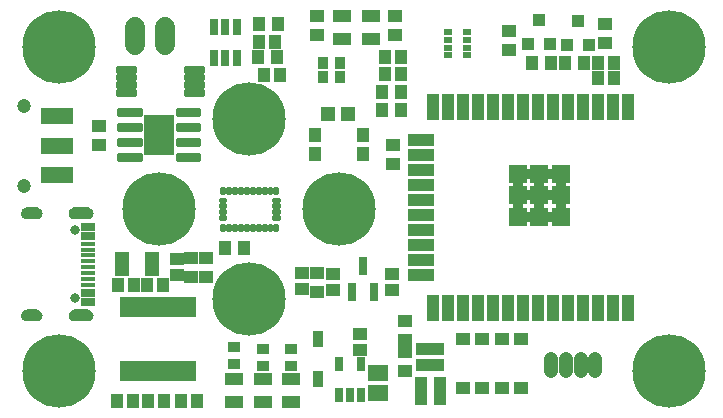
<source format=gbr>
G04 EAGLE Gerber RS-274X export*
G75*
%MOMM*%
%FSLAX34Y34*%
%LPD*%
%INSoldermask Top*%
%IPPOS*%
%AMOC8*
5,1,8,0,0,1.08239X$1,22.5*%
G01*
%ADD10C,0.261663*%
%ADD11R,1.143200X1.003200*%
%ADD12R,1.153200X1.103200*%
%ADD13R,1.303200X2.103200*%
%ADD14R,1.003200X1.143200*%
%ADD15R,0.703200X0.553200*%
%ADD16R,1.103200X1.153200*%
%ADD17R,1.103200X1.203200*%
%ADD18R,1.303200X1.203200*%
%ADD19R,1.103200X2.203200*%
%ADD20R,2.203200X1.103200*%
%ADD21R,1.533200X1.533200*%
%ADD22C,0.911200*%
%ADD23R,1.103200X0.853200*%
%ADD24R,1.603200X1.103200*%
%ADD25R,1.003200X1.103200*%
%ADD26R,0.638200X1.729200*%
%ADD27R,2.703200X1.403200*%
%ADD28C,1.203200*%
%ADD29R,0.753200X1.403200*%
%ADD30C,0.301600*%
%ADD31C,0.353406*%
%ADD32R,2.616200X3.505200*%
%ADD33R,1.240000X0.400000*%
%ADD34R,1.240000X0.700000*%
%ADD35C,0.803200*%
%ADD36R,0.933200X1.413200*%
%ADD37R,0.762000X1.524000*%
%ADD38R,0.711200X1.524000*%
%ADD39C,1.727200*%
%ADD40R,0.853200X1.103200*%
%ADD41C,6.203200*%
%ADD42R,1.203200X1.103200*%
%ADD43C,1.219200*%
%ADD44R,0.753200X1.253200*%
%ADD45R,1.653200X1.403200*%

G36*
X205953Y488913D02*
X205953Y488913D01*
X205956Y488911D01*
X207068Y489036D01*
X207074Y489042D01*
X207079Y489039D01*
X208136Y489409D01*
X208140Y489416D01*
X208146Y489413D01*
X209094Y490009D01*
X209097Y490017D01*
X209102Y490016D01*
X209894Y490808D01*
X209895Y490816D01*
X209901Y490816D01*
X210497Y491764D01*
X210496Y491773D01*
X210501Y491774D01*
X210871Y492831D01*
X210870Y492835D01*
X210872Y492837D01*
X210870Y492840D01*
X210874Y492842D01*
X210999Y493955D01*
X210995Y493961D01*
X210999Y493965D01*
X210886Y495068D01*
X210880Y495074D01*
X210884Y495079D01*
X210528Y496128D01*
X210521Y496133D01*
X210523Y496138D01*
X209943Y497083D01*
X209936Y497086D01*
X209936Y497092D01*
X209161Y497883D01*
X209152Y497885D01*
X209152Y497890D01*
X208219Y498490D01*
X208211Y498489D01*
X208210Y498494D01*
X207167Y498871D01*
X207159Y498869D01*
X207156Y498874D01*
X206056Y499009D01*
X206053Y499007D01*
X206052Y499007D01*
X206050Y499009D01*
X195050Y499009D01*
X195047Y499007D01*
X195045Y499009D01*
X193920Y498894D01*
X193914Y498888D01*
X193909Y498891D01*
X192838Y498528D01*
X192834Y498521D01*
X192828Y498524D01*
X191865Y497931D01*
X191862Y497924D01*
X191856Y497925D01*
X191048Y497133D01*
X191047Y497125D01*
X191042Y497124D01*
X190430Y496173D01*
X190431Y496167D01*
X190427Y496164D01*
X190427Y496163D01*
X190426Y496163D01*
X190041Y495099D01*
X190044Y495091D01*
X190039Y495088D01*
X189901Y493966D01*
X189905Y493959D01*
X189901Y493955D01*
X190026Y492842D01*
X190032Y492836D01*
X190029Y492831D01*
X190399Y491774D01*
X190406Y491770D01*
X190403Y491764D01*
X190999Y490816D01*
X191007Y490813D01*
X191006Y490808D01*
X191798Y490016D01*
X191806Y490015D01*
X191806Y490009D01*
X192754Y489413D01*
X192763Y489414D01*
X192764Y489409D01*
X193821Y489039D01*
X193829Y489041D01*
X193832Y489036D01*
X194945Y488911D01*
X194948Y488913D01*
X194950Y488911D01*
X205950Y488911D01*
X205953Y488913D01*
G37*
G36*
X205953Y575413D02*
X205953Y575413D01*
X205956Y575411D01*
X207068Y575536D01*
X207074Y575542D01*
X207079Y575539D01*
X208136Y575909D01*
X208140Y575916D01*
X208146Y575913D01*
X209094Y576509D01*
X209097Y576517D01*
X209102Y576516D01*
X209894Y577308D01*
X209895Y577316D01*
X209901Y577316D01*
X210497Y578264D01*
X210496Y578273D01*
X210501Y578274D01*
X210871Y579331D01*
X210870Y579335D01*
X210872Y579337D01*
X210870Y579340D01*
X210874Y579342D01*
X210999Y580455D01*
X210995Y580462D01*
X210999Y580466D01*
X210874Y581578D01*
X210868Y581584D01*
X210871Y581589D01*
X210501Y582646D01*
X210495Y582650D01*
X210497Y582656D01*
X209901Y583604D01*
X209893Y583607D01*
X209894Y583612D01*
X209102Y584404D01*
X209094Y584405D01*
X209094Y584411D01*
X208146Y585007D01*
X208137Y585006D01*
X208136Y585011D01*
X207079Y585381D01*
X207071Y585379D01*
X207068Y585384D01*
X205956Y585509D01*
X205952Y585507D01*
X205950Y585509D01*
X194950Y585509D01*
X194947Y585507D01*
X194946Y585507D01*
X194945Y585509D01*
X193832Y585384D01*
X193826Y585378D01*
X193821Y585381D01*
X192764Y585011D01*
X192760Y585005D01*
X192754Y585007D01*
X191806Y584411D01*
X191803Y584403D01*
X191798Y584404D01*
X191006Y583612D01*
X191005Y583604D01*
X190999Y583604D01*
X190403Y582656D01*
X190404Y582647D01*
X190399Y582646D01*
X190029Y581589D01*
X190031Y581583D01*
X190027Y581580D01*
X190028Y581579D01*
X190026Y581578D01*
X189901Y580466D01*
X189905Y580458D01*
X189901Y580455D01*
X190026Y579342D01*
X190032Y579336D01*
X190029Y579331D01*
X190399Y578274D01*
X190406Y578270D01*
X190403Y578264D01*
X190999Y577316D01*
X191007Y577313D01*
X191006Y577308D01*
X191798Y576516D01*
X191806Y576515D01*
X191806Y576509D01*
X192754Y575913D01*
X192763Y575914D01*
X192764Y575909D01*
X193821Y575539D01*
X193829Y575541D01*
X193832Y575536D01*
X194945Y575411D01*
X194948Y575413D01*
X194950Y575411D01*
X205950Y575411D01*
X205953Y575413D01*
G37*
G36*
X162753Y575413D02*
X162753Y575413D01*
X162756Y575411D01*
X163868Y575536D01*
X163874Y575542D01*
X163879Y575539D01*
X164936Y575909D01*
X164940Y575916D01*
X164946Y575913D01*
X165894Y576509D01*
X165897Y576517D01*
X165902Y576516D01*
X166694Y577308D01*
X166695Y577316D01*
X166701Y577316D01*
X167297Y578264D01*
X167296Y578273D01*
X167301Y578274D01*
X167671Y579331D01*
X167670Y579335D01*
X167672Y579337D01*
X167670Y579340D01*
X167674Y579342D01*
X167799Y580455D01*
X167795Y580462D01*
X167799Y580466D01*
X167674Y581578D01*
X167668Y581584D01*
X167671Y581589D01*
X167301Y582646D01*
X167295Y582650D01*
X167297Y582656D01*
X166701Y583604D01*
X166693Y583607D01*
X166694Y583612D01*
X165902Y584404D01*
X165894Y584405D01*
X165894Y584411D01*
X164946Y585007D01*
X164937Y585006D01*
X164936Y585011D01*
X163879Y585381D01*
X163871Y585379D01*
X163868Y585384D01*
X162756Y585509D01*
X162752Y585507D01*
X162750Y585509D01*
X154750Y585509D01*
X154747Y585507D01*
X154746Y585507D01*
X154745Y585509D01*
X153632Y585384D01*
X153626Y585378D01*
X153621Y585381D01*
X152564Y585011D01*
X152560Y585005D01*
X152554Y585007D01*
X151606Y584411D01*
X151603Y584403D01*
X151598Y584404D01*
X150806Y583612D01*
X150805Y583604D01*
X150799Y583604D01*
X150203Y582656D01*
X150204Y582647D01*
X150199Y582646D01*
X149829Y581589D01*
X149831Y581583D01*
X149827Y581580D01*
X149828Y581579D01*
X149826Y581578D01*
X149701Y580466D01*
X149705Y580458D01*
X149701Y580455D01*
X149826Y579342D01*
X149832Y579336D01*
X149829Y579331D01*
X150199Y578274D01*
X150206Y578270D01*
X150203Y578264D01*
X150799Y577316D01*
X150807Y577313D01*
X150806Y577308D01*
X151598Y576516D01*
X151606Y576515D01*
X151606Y576509D01*
X152554Y575913D01*
X152563Y575914D01*
X152564Y575909D01*
X153621Y575539D01*
X153629Y575541D01*
X153632Y575536D01*
X154745Y575411D01*
X154748Y575413D01*
X154750Y575411D01*
X162750Y575411D01*
X162753Y575413D01*
G37*
G36*
X162753Y488913D02*
X162753Y488913D01*
X162756Y488911D01*
X163868Y489036D01*
X163874Y489042D01*
X163879Y489039D01*
X164936Y489409D01*
X164940Y489416D01*
X164946Y489413D01*
X165894Y490009D01*
X165897Y490017D01*
X165902Y490016D01*
X166694Y490808D01*
X166695Y490816D01*
X166701Y490816D01*
X167297Y491764D01*
X167296Y491773D01*
X167301Y491774D01*
X167671Y492831D01*
X167670Y492835D01*
X167672Y492837D01*
X167670Y492840D01*
X167674Y492842D01*
X167799Y493955D01*
X167795Y493962D01*
X167799Y493966D01*
X167674Y495078D01*
X167668Y495084D01*
X167671Y495089D01*
X167301Y496146D01*
X167295Y496150D01*
X167297Y496156D01*
X166701Y497104D01*
X166693Y497107D01*
X166694Y497112D01*
X165902Y497904D01*
X165894Y497905D01*
X165894Y497911D01*
X164946Y498507D01*
X164937Y498506D01*
X164936Y498511D01*
X163879Y498881D01*
X163871Y498879D01*
X163868Y498884D01*
X162756Y499009D01*
X162752Y499007D01*
X162750Y499009D01*
X154750Y499009D01*
X154747Y499007D01*
X154746Y499007D01*
X154745Y499009D01*
X153632Y498884D01*
X153626Y498878D01*
X153621Y498881D01*
X152564Y498511D01*
X152560Y498505D01*
X152554Y498507D01*
X151606Y497911D01*
X151603Y497903D01*
X151598Y497904D01*
X150806Y497112D01*
X150805Y497104D01*
X150799Y497104D01*
X150203Y496156D01*
X150204Y496147D01*
X150199Y496146D01*
X149829Y495089D01*
X149831Y495083D01*
X149827Y495080D01*
X149828Y495079D01*
X149826Y495078D01*
X149701Y493966D01*
X149705Y493958D01*
X149701Y493955D01*
X149826Y492842D01*
X149832Y492836D01*
X149829Y492831D01*
X150199Y491774D01*
X150206Y491770D01*
X150203Y491764D01*
X150799Y490816D01*
X150807Y490813D01*
X150806Y490808D01*
X151598Y490016D01*
X151606Y490015D01*
X151606Y490009D01*
X152554Y489413D01*
X152563Y489414D01*
X152564Y489409D01*
X153621Y489039D01*
X153629Y489041D01*
X153632Y489036D01*
X154745Y488911D01*
X154748Y488913D01*
X154750Y488911D01*
X162750Y488911D01*
X162753Y488913D01*
G37*
D10*
X366608Y597592D02*
X364192Y597592D01*
X364192Y602008D01*
X366608Y602008D01*
X366608Y597592D01*
X366608Y600078D02*
X364192Y600078D01*
X367608Y592908D02*
X367608Y590492D01*
X363192Y590492D01*
X363192Y592908D01*
X367608Y592908D01*
X367608Y587908D02*
X367608Y585492D01*
X363192Y585492D01*
X363192Y587908D01*
X367608Y587908D01*
X367608Y582908D02*
X367608Y580492D01*
X363192Y580492D01*
X363192Y582908D01*
X367608Y582908D01*
X367608Y577908D02*
X367608Y575492D01*
X363192Y575492D01*
X363192Y577908D01*
X367608Y577908D01*
X366608Y566392D02*
X364192Y566392D01*
X364192Y570808D01*
X366608Y570808D01*
X366608Y566392D01*
X366608Y568878D02*
X364192Y568878D01*
X361608Y566392D02*
X359192Y566392D01*
X359192Y570808D01*
X361608Y570808D01*
X361608Y566392D01*
X361608Y568878D02*
X359192Y568878D01*
X356608Y566392D02*
X354192Y566392D01*
X354192Y570808D01*
X356608Y570808D01*
X356608Y566392D01*
X356608Y568878D02*
X354192Y568878D01*
X351608Y566392D02*
X349192Y566392D01*
X349192Y570808D01*
X351608Y570808D01*
X351608Y566392D01*
X351608Y568878D02*
X349192Y568878D01*
X346608Y566392D02*
X344192Y566392D01*
X344192Y570808D01*
X346608Y570808D01*
X346608Y566392D01*
X346608Y568878D02*
X344192Y568878D01*
X341608Y566392D02*
X339192Y566392D01*
X339192Y570808D01*
X341608Y570808D01*
X341608Y566392D01*
X341608Y568878D02*
X339192Y568878D01*
X336608Y566392D02*
X334192Y566392D01*
X334192Y570808D01*
X336608Y570808D01*
X336608Y566392D01*
X336608Y568878D02*
X334192Y568878D01*
X331608Y566392D02*
X329192Y566392D01*
X329192Y570808D01*
X331608Y570808D01*
X331608Y566392D01*
X331608Y568878D02*
X329192Y568878D01*
X326608Y566392D02*
X324192Y566392D01*
X324192Y570808D01*
X326608Y570808D01*
X326608Y566392D01*
X326608Y568878D02*
X324192Y568878D01*
X321608Y566392D02*
X319192Y566392D01*
X319192Y570808D01*
X321608Y570808D01*
X321608Y566392D01*
X321608Y568878D02*
X319192Y568878D01*
X322608Y575492D02*
X322608Y577908D01*
X322608Y575492D02*
X318192Y575492D01*
X318192Y577908D01*
X322608Y577908D01*
X322608Y580492D02*
X322608Y582908D01*
X322608Y580492D02*
X318192Y580492D01*
X318192Y582908D01*
X322608Y582908D01*
X322608Y585492D02*
X322608Y587908D01*
X322608Y585492D02*
X318192Y585492D01*
X318192Y587908D01*
X322608Y587908D01*
X322608Y590492D02*
X322608Y592908D01*
X322608Y590492D02*
X318192Y590492D01*
X318192Y592908D01*
X322608Y592908D01*
X321608Y597592D02*
X319192Y597592D01*
X319192Y602008D01*
X321608Y602008D01*
X321608Y597592D01*
X321608Y600078D02*
X319192Y600078D01*
X324192Y597592D02*
X326608Y597592D01*
X324192Y597592D02*
X324192Y602008D01*
X326608Y602008D01*
X326608Y597592D01*
X326608Y600078D02*
X324192Y600078D01*
X329192Y597592D02*
X331608Y597592D01*
X329192Y597592D02*
X329192Y602008D01*
X331608Y602008D01*
X331608Y597592D01*
X331608Y600078D02*
X329192Y600078D01*
X334192Y597592D02*
X336608Y597592D01*
X334192Y597592D02*
X334192Y602008D01*
X336608Y602008D01*
X336608Y597592D01*
X336608Y600078D02*
X334192Y600078D01*
X339192Y597592D02*
X341608Y597592D01*
X339192Y597592D02*
X339192Y602008D01*
X341608Y602008D01*
X341608Y597592D01*
X341608Y600078D02*
X339192Y600078D01*
X344192Y597592D02*
X346608Y597592D01*
X344192Y597592D02*
X344192Y602008D01*
X346608Y602008D01*
X346608Y597592D01*
X346608Y600078D02*
X344192Y600078D01*
X349192Y597592D02*
X351608Y597592D01*
X349192Y597592D02*
X349192Y602008D01*
X351608Y602008D01*
X351608Y597592D01*
X351608Y600078D02*
X349192Y600078D01*
X354192Y597592D02*
X356608Y597592D01*
X354192Y597592D02*
X354192Y602008D01*
X356608Y602008D01*
X356608Y597592D01*
X356608Y600078D02*
X354192Y600078D01*
X359192Y597592D02*
X361608Y597592D01*
X359192Y597592D02*
X359192Y602008D01*
X361608Y602008D01*
X361608Y597592D01*
X361608Y600078D02*
X359192Y600078D01*
D11*
X281940Y527970D03*
X281940Y541370D03*
X387350Y529940D03*
X387350Y516540D03*
D12*
X293370Y526670D03*
X293370Y542670D03*
X306070Y526670D03*
X306070Y542670D03*
X400050Y529970D03*
X400050Y513970D03*
D13*
X260150Y537210D03*
X235150Y537210D03*
D14*
X256190Y519430D03*
X269590Y519430D03*
X245460Y519430D03*
X232060Y519430D03*
D15*
X527430Y733650D03*
X527430Y727150D03*
X527430Y720650D03*
X527430Y714150D03*
X511430Y714150D03*
X511430Y720650D03*
X511430Y727150D03*
X511430Y733650D03*
D12*
X562610Y734440D03*
X562610Y718440D03*
D16*
X455550Y683260D03*
X471550Y683260D03*
D14*
X458120Y712470D03*
X471520Y712470D03*
X458120Y698500D03*
X471520Y698500D03*
D17*
X439420Y646430D03*
X439420Y630430D03*
X398420Y630430D03*
X398420Y646430D03*
D18*
X409720Y664720D03*
X426720Y664720D03*
D19*
X663470Y670470D03*
X650770Y670470D03*
X638070Y670470D03*
X625370Y670470D03*
X612670Y670470D03*
X599970Y670470D03*
X587270Y670470D03*
X574570Y670470D03*
X561870Y670470D03*
X549170Y670470D03*
X536470Y670470D03*
X523770Y670470D03*
X511070Y670470D03*
X498370Y670470D03*
D20*
X488370Y642620D03*
X488370Y629920D03*
X488370Y617220D03*
X488370Y604520D03*
X488370Y591820D03*
X488370Y579120D03*
X488370Y566420D03*
X488370Y553720D03*
X488370Y541020D03*
X488370Y528320D03*
D19*
X498370Y500470D03*
X511070Y500470D03*
X523770Y500470D03*
X536470Y500470D03*
X549170Y500470D03*
X561870Y500470D03*
X574570Y500470D03*
X587270Y500470D03*
X599970Y500470D03*
X612670Y500470D03*
X625370Y500470D03*
X638070Y500470D03*
X650770Y500470D03*
X663470Y500470D03*
D21*
X606820Y613820D03*
X606820Y595470D03*
X606820Y577120D03*
X588470Y613820D03*
X588470Y595470D03*
X588470Y577120D03*
X570120Y613820D03*
X570120Y595470D03*
X570120Y577120D03*
D22*
X606820Y604645D03*
X606820Y586295D03*
X597645Y613820D03*
X597645Y595470D03*
X597645Y577120D03*
X588470Y604645D03*
X588470Y586295D03*
X579295Y613820D03*
X579295Y595470D03*
X579295Y577120D03*
X570120Y604645D03*
X570120Y586295D03*
D16*
X582550Y707390D03*
X598550Y707390D03*
D12*
X643890Y724790D03*
X643890Y740790D03*
D16*
X626490Y707390D03*
X610490Y707390D03*
D23*
X378460Y465720D03*
X378460Y451220D03*
D24*
X378460Y421030D03*
X378460Y440030D03*
D25*
X578510Y724060D03*
X597510Y724060D03*
X588010Y744060D03*
X611530Y722790D03*
X630530Y722790D03*
X621030Y742790D03*
D14*
X638460Y694690D03*
X651860Y694690D03*
X638460Y707390D03*
X651860Y707390D03*
D26*
X294010Y500830D03*
X287650Y500830D03*
X281310Y500830D03*
X274950Y500830D03*
X268610Y500830D03*
X262250Y500830D03*
X255910Y500830D03*
X249550Y500830D03*
X243210Y500830D03*
X236850Y500830D03*
X236850Y446590D03*
X243210Y446590D03*
X249550Y446590D03*
X255910Y446590D03*
X262250Y446590D03*
X268610Y446590D03*
X274950Y446590D03*
X281310Y446590D03*
X287650Y446590D03*
X294010Y446590D03*
D23*
X330200Y466990D03*
X330200Y452490D03*
X354330Y465720D03*
X354330Y451220D03*
D24*
X330200Y421030D03*
X330200Y440030D03*
X354330Y421030D03*
X354330Y440030D03*
D14*
X285400Y421640D03*
X298800Y421640D03*
X244190Y421640D03*
X230790Y421640D03*
X257460Y421640D03*
X270860Y421640D03*
D27*
X179900Y662540D03*
X179900Y637540D03*
X179900Y612540D03*
D28*
X152400Y671540D03*
X152400Y603540D03*
D29*
X332080Y738170D03*
X322580Y738170D03*
X313080Y738170D03*
X313080Y712170D03*
X332080Y712170D03*
X322580Y712170D03*
D30*
X246478Y700392D02*
X231862Y700392D01*
X231862Y703408D01*
X246478Y703408D01*
X246478Y700392D01*
X246478Y703257D02*
X231862Y703257D01*
X231862Y693892D02*
X246478Y693892D01*
X231862Y693892D02*
X231862Y696908D01*
X246478Y696908D01*
X246478Y693892D01*
X246478Y696757D02*
X231862Y696757D01*
X231862Y687392D02*
X246478Y687392D01*
X231862Y687392D02*
X231862Y690408D01*
X246478Y690408D01*
X246478Y687392D01*
X246478Y690257D02*
X231862Y690257D01*
X231862Y680892D02*
X246478Y680892D01*
X231862Y680892D02*
X231862Y683908D01*
X246478Y683908D01*
X246478Y680892D01*
X246478Y683757D02*
X231862Y683757D01*
X289462Y680892D02*
X304078Y680892D01*
X289462Y680892D02*
X289462Y683908D01*
X304078Y683908D01*
X304078Y680892D01*
X304078Y683757D02*
X289462Y683757D01*
X289462Y687392D02*
X304078Y687392D01*
X289462Y687392D02*
X289462Y690408D01*
X304078Y690408D01*
X304078Y687392D01*
X304078Y690257D02*
X289462Y690257D01*
X289462Y693892D02*
X304078Y693892D01*
X289462Y693892D02*
X289462Y696908D01*
X304078Y696908D01*
X304078Y693892D01*
X304078Y696757D02*
X289462Y696757D01*
X289462Y700392D02*
X304078Y700392D01*
X289462Y700392D02*
X289462Y703408D01*
X304078Y703408D01*
X304078Y700392D01*
X304078Y703257D02*
X289462Y703257D01*
D31*
X251049Y663231D02*
X232851Y663231D01*
X232851Y667729D01*
X251049Y667729D01*
X251049Y663231D01*
X251049Y666588D02*
X232851Y666588D01*
X232851Y650531D02*
X251049Y650531D01*
X232851Y650531D02*
X232851Y655029D01*
X251049Y655029D01*
X251049Y650531D01*
X251049Y653888D02*
X232851Y653888D01*
X232851Y637831D02*
X251049Y637831D01*
X232851Y637831D02*
X232851Y642329D01*
X251049Y642329D01*
X251049Y637831D01*
X251049Y641188D02*
X232851Y641188D01*
X232851Y625131D02*
X251049Y625131D01*
X232851Y625131D02*
X232851Y629629D01*
X251049Y629629D01*
X251049Y625131D01*
X251049Y628488D02*
X232851Y628488D01*
X282351Y625131D02*
X300549Y625131D01*
X282351Y625131D02*
X282351Y629629D01*
X300549Y629629D01*
X300549Y625131D01*
X300549Y628488D02*
X282351Y628488D01*
X282351Y637831D02*
X300549Y637831D01*
X282351Y637831D02*
X282351Y642329D01*
X300549Y642329D01*
X300549Y637831D01*
X300549Y641188D02*
X282351Y641188D01*
X282351Y650531D02*
X300549Y650531D01*
X282351Y650531D02*
X282351Y655029D01*
X300549Y655029D01*
X300549Y650531D01*
X300549Y653888D02*
X282351Y653888D01*
X282351Y663231D02*
X300549Y663231D01*
X282351Y663231D02*
X282351Y667729D01*
X300549Y667729D01*
X300549Y663231D01*
X300549Y666588D02*
X282351Y666588D01*
D32*
X266700Y646430D03*
D33*
X206250Y554710D03*
X206250Y549710D03*
X206250Y544710D03*
X206250Y519710D03*
X206250Y524710D03*
X206250Y529710D03*
X206250Y539710D03*
X206250Y534710D03*
D34*
X206250Y569210D03*
X206250Y505210D03*
X206250Y561210D03*
X206250Y513210D03*
D35*
X195550Y566110D03*
X195550Y508310D03*
D12*
X400050Y731140D03*
X400050Y747140D03*
D24*
X445770Y747370D03*
X445770Y728370D03*
X421640Y747370D03*
X421640Y728370D03*
D12*
X466090Y731140D03*
X466090Y747140D03*
X215900Y654430D03*
X215900Y638430D03*
D36*
X401320Y474000D03*
X401320Y440400D03*
D37*
X430022Y513588D03*
X448818Y513588D03*
D38*
X439420Y535432D03*
D11*
X490220Y465170D03*
X490220Y451770D03*
X501650Y465170D03*
X501650Y451770D03*
X414020Y528670D03*
X414020Y515270D03*
X463550Y528670D03*
X463550Y515270D03*
D16*
X350140Y712470D03*
X366140Y712470D03*
D14*
X351440Y725170D03*
X364840Y725170D03*
D16*
X367410Y740410D03*
X351410Y740410D03*
D14*
X355250Y697230D03*
X368650Y697230D03*
D39*
X246380Y722630D02*
X246380Y737870D01*
X271780Y737870D02*
X271780Y722630D01*
D40*
X420000Y695960D03*
X405500Y695960D03*
X420000Y707390D03*
X405500Y707390D03*
D41*
X342900Y508000D03*
X419100Y584200D03*
X342900Y660400D03*
X266700Y584200D03*
X181610Y447040D03*
X698500Y447040D03*
X181610Y721360D03*
X698500Y721360D03*
D42*
X524130Y473890D03*
X540130Y473890D03*
X540130Y432890D03*
X524130Y432890D03*
D16*
X504570Y435610D03*
X488570Y435610D03*
D42*
X557150Y473890D03*
X573150Y473890D03*
X573150Y432890D03*
X557150Y432890D03*
D16*
X504570Y424180D03*
X488570Y424180D03*
X455550Y668020D03*
X471550Y668020D03*
D12*
X464820Y621920D03*
X464820Y637920D03*
D16*
X338200Y551180D03*
X322200Y551180D03*
D43*
X598470Y457200D02*
X598470Y447040D01*
X610970Y447040D02*
X610970Y457200D01*
X623470Y457200D02*
X623470Y447040D01*
X635970Y447040D02*
X635970Y457200D01*
D44*
X418490Y426420D03*
X427990Y426420D03*
X437490Y426420D03*
X437490Y452420D03*
X418490Y452420D03*
D11*
X436880Y464470D03*
X436880Y477870D03*
D45*
X452120Y428380D03*
X452120Y445380D03*
D12*
X474980Y473330D03*
X474980Y489330D03*
D42*
X474980Y462660D03*
X474980Y446660D03*
M02*

</source>
